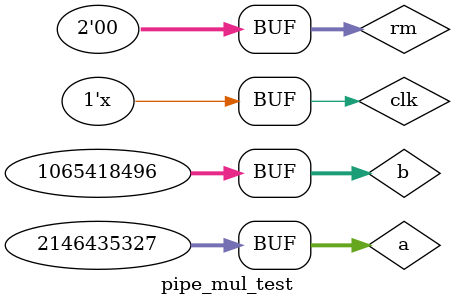
<source format=v>
`timescale 1ns / 1ps

module pipe_mul_test();
    reg clk;
    reg [31:0] a,b;
    reg [1:0] rm;
    wire [31:0] s;
    initial begin
        clk=0;
        a=32'h3fc0_0000;
        b=32'h3fc0_0000;
        rm=2'b0;
        #10;a=32'h0080_0000;b=32'h0080_0000;
        #10;a=32'h7f7f_ffff;b=32'h7f7f_ffff;
        #10;a=32'h0080_0000;b=32'h3f00_0000;
        #10;a=32'h003f_ffff;b=32'h4000_0000;
        #10;a=32'h7f80_0000;b=32'h00ff_ffff;
        #10;b=32'h0000_0000;
        #10;a=32'h7ff0_00ff;b=32'h3f80_ff00;
    end
    always #5 clk=~clk;
    pipe_fmul_top  pipe_fmul_top_inst (
        .clk(clk),
        .a(a),
        .b(b),
        .rm(rm),
        .s(s)
     );
endmodule

</source>
